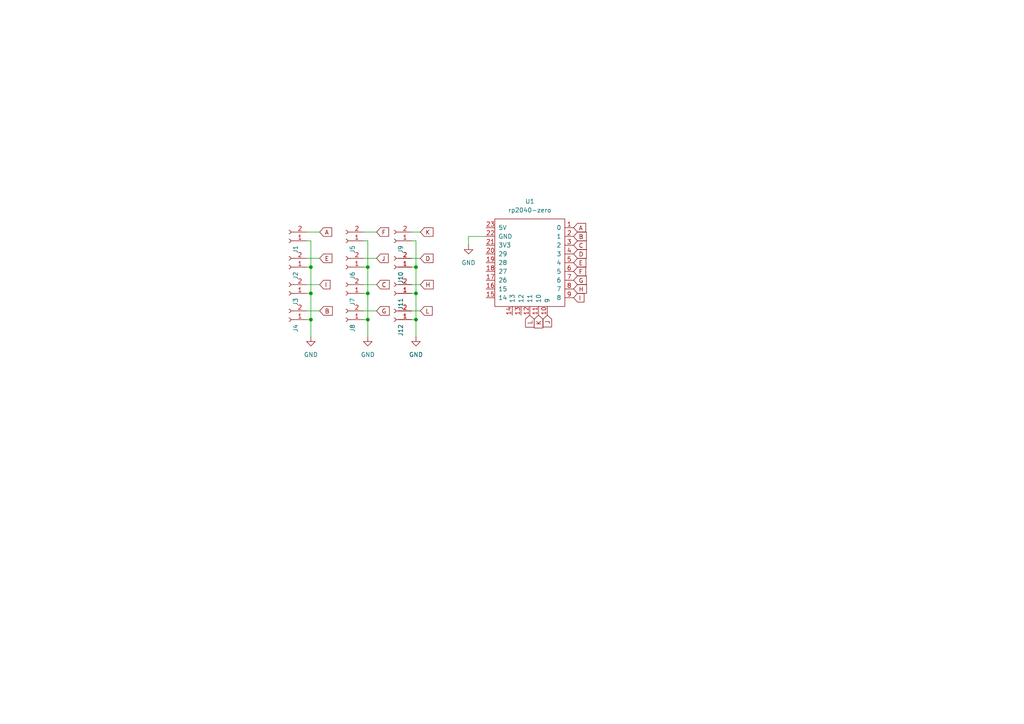
<source format=kicad_sch>
(kicad_sch
	(version 20231120)
	(generator "eeschema")
	(generator_version "8.0")
	(uuid "ec62a86f-d842-45b5-a382-bba1db70dabf")
	(paper "A4")
	(lib_symbols
		(symbol "Connector:Conn_01x02_Socket"
			(pin_names
				(offset 1.016) hide)
			(exclude_from_sim no)
			(in_bom yes)
			(on_board yes)
			(property "Reference" "J"
				(at 0 2.54 0)
				(effects
					(font
						(size 1.27 1.27)
					)
				)
			)
			(property "Value" "Conn_01x02_Socket"
				(at 0 -5.08 0)
				(effects
					(font
						(size 1.27 1.27)
					)
				)
			)
			(property "Footprint" ""
				(at 0 0 0)
				(effects
					(font
						(size 1.27 1.27)
					)
					(hide yes)
				)
			)
			(property "Datasheet" "~"
				(at 0 0 0)
				(effects
					(font
						(size 1.27 1.27)
					)
					(hide yes)
				)
			)
			(property "Description" "Generic connector, single row, 01x02, script generated"
				(at 0 0 0)
				(effects
					(font
						(size 1.27 1.27)
					)
					(hide yes)
				)
			)
			(property "ki_locked" ""
				(at 0 0 0)
				(effects
					(font
						(size 1.27 1.27)
					)
				)
			)
			(property "ki_keywords" "connector"
				(at 0 0 0)
				(effects
					(font
						(size 1.27 1.27)
					)
					(hide yes)
				)
			)
			(property "ki_fp_filters" "Connector*:*_1x??_*"
				(at 0 0 0)
				(effects
					(font
						(size 1.27 1.27)
					)
					(hide yes)
				)
			)
			(symbol "Conn_01x02_Socket_1_1"
				(arc
					(start 0 -2.032)
					(mid -0.5058 -2.54)
					(end 0 -3.048)
					(stroke
						(width 0.1524)
						(type default)
					)
					(fill
						(type none)
					)
				)
				(polyline
					(pts
						(xy -1.27 -2.54) (xy -0.508 -2.54)
					)
					(stroke
						(width 0.1524)
						(type default)
					)
					(fill
						(type none)
					)
				)
				(polyline
					(pts
						(xy -1.27 0) (xy -0.508 0)
					)
					(stroke
						(width 0.1524)
						(type default)
					)
					(fill
						(type none)
					)
				)
				(arc
					(start 0 0.508)
					(mid -0.5058 0)
					(end 0 -0.508)
					(stroke
						(width 0.1524)
						(type default)
					)
					(fill
						(type none)
					)
				)
				(pin passive line
					(at -5.08 0 0)
					(length 3.81)
					(name "Pin_1"
						(effects
							(font
								(size 1.27 1.27)
							)
						)
					)
					(number "1"
						(effects
							(font
								(size 1.27 1.27)
							)
						)
					)
				)
				(pin passive line
					(at -5.08 -2.54 0)
					(length 3.81)
					(name "Pin_2"
						(effects
							(font
								(size 1.27 1.27)
							)
						)
					)
					(number "2"
						(effects
							(font
								(size 1.27 1.27)
							)
						)
					)
				)
			)
		)
		(symbol "mcu:rp2040-zero"
			(pin_names
				(offset 1.016)
			)
			(exclude_from_sim no)
			(in_bom yes)
			(on_board yes)
			(property "Reference" "U"
				(at 0 15.24 0)
				(effects
					(font
						(size 1.27 1.27)
					)
				)
			)
			(property "Value" "rp2040-zero"
				(at 0 12.7 0)
				(effects
					(font
						(size 1.27 1.27)
					)
				)
			)
			(property "Footprint" ""
				(at -8.89 5.08 0)
				(effects
					(font
						(size 1.27 1.27)
					)
					(hide yes)
				)
			)
			(property "Datasheet" ""
				(at -8.89 5.08 0)
				(effects
					(font
						(size 1.27 1.27)
					)
					(hide yes)
				)
			)
			(property "Description" ""
				(at 0 0 0)
				(effects
					(font
						(size 1.27 1.27)
					)
					(hide yes)
				)
			)
			(symbol "rp2040-zero_0_1"
				(rectangle
					(start -10.16 11.43)
					(end 10.16 -13.97)
					(stroke
						(width 0)
						(type default)
					)
					(fill
						(type none)
					)
				)
			)
			(symbol "rp2040-zero_1_1"
				(pin bidirectional line
					(at 12.7 8.89 180)
					(length 2.54)
					(name "0"
						(effects
							(font
								(size 1.27 1.27)
							)
						)
					)
					(number "1"
						(effects
							(font
								(size 1.27 1.27)
							)
						)
					)
				)
				(pin bidirectional line
					(at 5.08 -16.51 90)
					(length 2.54)
					(name "9"
						(effects
							(font
								(size 1.27 1.27)
							)
						)
					)
					(number "10"
						(effects
							(font
								(size 1.27 1.27)
							)
						)
					)
				)
				(pin bidirectional line
					(at 2.54 -16.51 90)
					(length 2.54)
					(name "10"
						(effects
							(font
								(size 1.27 1.27)
							)
						)
					)
					(number "11"
						(effects
							(font
								(size 1.27 1.27)
							)
						)
					)
				)
				(pin bidirectional line
					(at 0 -16.51 90)
					(length 2.54)
					(name "11"
						(effects
							(font
								(size 1.27 1.27)
							)
						)
					)
					(number "12"
						(effects
							(font
								(size 1.27 1.27)
							)
						)
					)
				)
				(pin bidirectional line
					(at -2.54 -16.51 90)
					(length 2.54)
					(name "12"
						(effects
							(font
								(size 1.27 1.27)
							)
						)
					)
					(number "13"
						(effects
							(font
								(size 1.27 1.27)
							)
						)
					)
				)
				(pin bidirectional line
					(at -5.08 -16.51 90)
					(length 2.54)
					(name "13"
						(effects
							(font
								(size 1.27 1.27)
							)
						)
					)
					(number "14"
						(effects
							(font
								(size 1.27 1.27)
							)
						)
					)
				)
				(pin bidirectional line
					(at -12.7 -11.43 0)
					(length 2.54)
					(name "14"
						(effects
							(font
								(size 1.27 1.27)
							)
						)
					)
					(number "15"
						(effects
							(font
								(size 1.27 1.27)
							)
						)
					)
				)
				(pin bidirectional line
					(at -12.7 -8.89 0)
					(length 2.54)
					(name "15"
						(effects
							(font
								(size 1.27 1.27)
							)
						)
					)
					(number "16"
						(effects
							(font
								(size 1.27 1.27)
							)
						)
					)
				)
				(pin bidirectional line
					(at -12.7 -6.35 0)
					(length 2.54)
					(name "26"
						(effects
							(font
								(size 1.27 1.27)
							)
						)
					)
					(number "17"
						(effects
							(font
								(size 1.27 1.27)
							)
						)
					)
				)
				(pin bidirectional line
					(at -12.7 -3.81 0)
					(length 2.54)
					(name "27"
						(effects
							(font
								(size 1.27 1.27)
							)
						)
					)
					(number "18"
						(effects
							(font
								(size 1.27 1.27)
							)
						)
					)
				)
				(pin bidirectional line
					(at -12.7 -1.27 0)
					(length 2.54)
					(name "28"
						(effects
							(font
								(size 1.27 1.27)
							)
						)
					)
					(number "19"
						(effects
							(font
								(size 1.27 1.27)
							)
						)
					)
				)
				(pin bidirectional line
					(at 12.7 6.35 180)
					(length 2.54)
					(name "1"
						(effects
							(font
								(size 1.27 1.27)
							)
						)
					)
					(number "2"
						(effects
							(font
								(size 1.27 1.27)
							)
						)
					)
				)
				(pin bidirectional line
					(at -12.7 1.27 0)
					(length 2.54)
					(name "29"
						(effects
							(font
								(size 1.27 1.27)
							)
						)
					)
					(number "20"
						(effects
							(font
								(size 1.27 1.27)
							)
						)
					)
				)
				(pin power_out line
					(at -12.7 3.81 0)
					(length 2.54)
					(name "3V3"
						(effects
							(font
								(size 1.27 1.27)
							)
						)
					)
					(number "21"
						(effects
							(font
								(size 1.27 1.27)
							)
						)
					)
				)
				(pin power_out line
					(at -12.7 6.35 0)
					(length 2.54)
					(name "GND"
						(effects
							(font
								(size 1.27 1.27)
							)
						)
					)
					(number "22"
						(effects
							(font
								(size 1.27 1.27)
							)
						)
					)
				)
				(pin power_out line
					(at -12.7 8.89 0)
					(length 2.54)
					(name "5V"
						(effects
							(font
								(size 1.27 1.27)
							)
						)
					)
					(number "23"
						(effects
							(font
								(size 1.27 1.27)
							)
						)
					)
				)
				(pin bidirectional line
					(at 12.7 3.81 180)
					(length 2.54)
					(name "2"
						(effects
							(font
								(size 1.27 1.27)
							)
						)
					)
					(number "3"
						(effects
							(font
								(size 1.27 1.27)
							)
						)
					)
				)
				(pin bidirectional line
					(at 12.7 1.27 180)
					(length 2.54)
					(name "3"
						(effects
							(font
								(size 1.27 1.27)
							)
						)
					)
					(number "4"
						(effects
							(font
								(size 1.27 1.27)
							)
						)
					)
				)
				(pin bidirectional line
					(at 12.7 -1.27 180)
					(length 2.54)
					(name "4"
						(effects
							(font
								(size 1.27 1.27)
							)
						)
					)
					(number "5"
						(effects
							(font
								(size 1.27 1.27)
							)
						)
					)
				)
				(pin bidirectional line
					(at 12.7 -3.81 180)
					(length 2.54)
					(name "5"
						(effects
							(font
								(size 1.27 1.27)
							)
						)
					)
					(number "6"
						(effects
							(font
								(size 1.27 1.27)
							)
						)
					)
				)
				(pin bidirectional line
					(at 12.7 -6.35 180)
					(length 2.54)
					(name "6"
						(effects
							(font
								(size 1.27 1.27)
							)
						)
					)
					(number "7"
						(effects
							(font
								(size 1.27 1.27)
							)
						)
					)
				)
				(pin bidirectional line
					(at 12.7 -8.89 180)
					(length 2.54)
					(name "7"
						(effects
							(font
								(size 1.27 1.27)
							)
						)
					)
					(number "8"
						(effects
							(font
								(size 1.27 1.27)
							)
						)
					)
				)
				(pin bidirectional line
					(at 12.7 -11.43 180)
					(length 2.54)
					(name "8"
						(effects
							(font
								(size 1.27 1.27)
							)
						)
					)
					(number "9"
						(effects
							(font
								(size 1.27 1.27)
							)
						)
					)
				)
			)
		)
		(symbol "power:GND"
			(power)
			(pin_numbers hide)
			(pin_names
				(offset 0) hide)
			(exclude_from_sim no)
			(in_bom yes)
			(on_board yes)
			(property "Reference" "#PWR"
				(at 0 -6.35 0)
				(effects
					(font
						(size 1.27 1.27)
					)
					(hide yes)
				)
			)
			(property "Value" "GND"
				(at 0 -3.81 0)
				(effects
					(font
						(size 1.27 1.27)
					)
				)
			)
			(property "Footprint" ""
				(at 0 0 0)
				(effects
					(font
						(size 1.27 1.27)
					)
					(hide yes)
				)
			)
			(property "Datasheet" ""
				(at 0 0 0)
				(effects
					(font
						(size 1.27 1.27)
					)
					(hide yes)
				)
			)
			(property "Description" "Power symbol creates a global label with name \"GND\" , ground"
				(at 0 0 0)
				(effects
					(font
						(size 1.27 1.27)
					)
					(hide yes)
				)
			)
			(property "ki_keywords" "global power"
				(at 0 0 0)
				(effects
					(font
						(size 1.27 1.27)
					)
					(hide yes)
				)
			)
			(symbol "GND_0_1"
				(polyline
					(pts
						(xy 0 0) (xy 0 -1.27) (xy 1.27 -1.27) (xy 0 -2.54) (xy -1.27 -1.27) (xy 0 -1.27)
					)
					(stroke
						(width 0)
						(type default)
					)
					(fill
						(type none)
					)
				)
			)
			(symbol "GND_1_1"
				(pin power_in line
					(at 0 0 270)
					(length 0)
					(name "~"
						(effects
							(font
								(size 1.27 1.27)
							)
						)
					)
					(number "1"
						(effects
							(font
								(size 1.27 1.27)
							)
						)
					)
				)
			)
		)
	)
	(junction
		(at 106.68 85.09)
		(diameter 0)
		(color 0 0 0 0)
		(uuid "4791a69a-a95c-44b3-8b27-694377207c89")
	)
	(junction
		(at 90.17 77.47)
		(diameter 0)
		(color 0 0 0 0)
		(uuid "66faa64a-5cb7-48ce-86a2-7b0db3b3a346")
	)
	(junction
		(at 90.17 85.09)
		(diameter 0)
		(color 0 0 0 0)
		(uuid "71721eb8-752c-4574-965f-c57c067f88bc")
	)
	(junction
		(at 120.65 77.47)
		(diameter 0)
		(color 0 0 0 0)
		(uuid "7cad8840-32b6-4465-9aff-f98985076de9")
	)
	(junction
		(at 90.17 92.71)
		(diameter 0)
		(color 0 0 0 0)
		(uuid "910a9b48-a1eb-4ceb-8b60-30afee4f650a")
	)
	(junction
		(at 106.68 77.47)
		(diameter 0)
		(color 0 0 0 0)
		(uuid "9d8e62cd-1174-4d24-905a-c3915e624675")
	)
	(junction
		(at 120.65 92.71)
		(diameter 0)
		(color 0 0 0 0)
		(uuid "c8a6a5d3-a2d7-46fa-9220-cbe30c7cf7b9")
	)
	(junction
		(at 120.65 85.09)
		(diameter 0)
		(color 0 0 0 0)
		(uuid "ea36a3d7-460e-4e0e-a035-90766b384c04")
	)
	(junction
		(at 106.68 92.71)
		(diameter 0)
		(color 0 0 0 0)
		(uuid "ff1867f7-9ff8-4960-b748-84304a5863d5")
	)
	(wire
		(pts
			(xy 90.17 85.09) (xy 88.9 85.09)
		)
		(stroke
			(width 0)
			(type default)
		)
		(uuid "02ddba12-763e-495d-a4f5-0835fbc1fdab")
	)
	(wire
		(pts
			(xy 106.68 85.09) (xy 106.68 92.71)
		)
		(stroke
			(width 0)
			(type default)
		)
		(uuid "07b95989-82a6-4234-b189-dd74e5ea0cd0")
	)
	(wire
		(pts
			(xy 88.9 90.17) (xy 92.71 90.17)
		)
		(stroke
			(width 0)
			(type default)
		)
		(uuid "0d4bf55d-f6f0-4b52-ab6c-a4e7df57d101")
	)
	(wire
		(pts
			(xy 120.65 77.47) (xy 120.65 85.09)
		)
		(stroke
			(width 0)
			(type default)
		)
		(uuid "0f3e25b9-a428-4789-a6de-ea6aba7bd68f")
	)
	(wire
		(pts
			(xy 88.9 67.31) (xy 92.71 67.31)
		)
		(stroke
			(width 0)
			(type default)
		)
		(uuid "2205688d-b057-4d85-96db-01525bcc11a3")
	)
	(wire
		(pts
			(xy 119.38 90.17) (xy 121.92 90.17)
		)
		(stroke
			(width 0)
			(type default)
		)
		(uuid "2314f8c4-97d1-4619-86e4-cc006edfde8a")
	)
	(wire
		(pts
			(xy 90.17 85.09) (xy 90.17 92.71)
		)
		(stroke
			(width 0)
			(type default)
		)
		(uuid "30825606-dc49-473b-bb12-25d7a9c1b73f")
	)
	(wire
		(pts
			(xy 105.41 67.31) (xy 109.22 67.31)
		)
		(stroke
			(width 0)
			(type default)
		)
		(uuid "42d886ac-2ce5-4904-8f1d-aa5820bd5a18")
	)
	(wire
		(pts
			(xy 119.38 74.93) (xy 121.92 74.93)
		)
		(stroke
			(width 0)
			(type default)
		)
		(uuid "4bd91f3f-f503-4873-b5f7-d72703be31f3")
	)
	(wire
		(pts
			(xy 105.41 69.85) (xy 106.68 69.85)
		)
		(stroke
			(width 0)
			(type default)
		)
		(uuid "4d893794-ad15-4d18-bdbe-a9fca02716c7")
	)
	(wire
		(pts
			(xy 106.68 69.85) (xy 106.68 77.47)
		)
		(stroke
			(width 0)
			(type default)
		)
		(uuid "4d9564c7-60fd-45bc-89e6-94dfcec07dfa")
	)
	(wire
		(pts
			(xy 120.65 85.09) (xy 120.65 92.71)
		)
		(stroke
			(width 0)
			(type default)
		)
		(uuid "4e5cb0e3-bfac-4f25-b264-cb67c9be9e92")
	)
	(wire
		(pts
			(xy 121.92 67.31) (xy 119.38 67.31)
		)
		(stroke
			(width 0)
			(type default)
		)
		(uuid "51c9461a-19cc-4710-8d02-59a4a5e8900b")
	)
	(wire
		(pts
			(xy 119.38 69.85) (xy 120.65 69.85)
		)
		(stroke
			(width 0)
			(type default)
		)
		(uuid "5843bcff-d919-4361-b092-8d48e5284b8e")
	)
	(wire
		(pts
			(xy 90.17 77.47) (xy 90.17 85.09)
		)
		(stroke
			(width 0)
			(type default)
		)
		(uuid "646e0ca3-a69b-428b-a6bd-551b3dcc151c")
	)
	(wire
		(pts
			(xy 90.17 92.71) (xy 90.17 97.79)
		)
		(stroke
			(width 0)
			(type default)
		)
		(uuid "65bef35c-247f-49ce-9979-a0f958fbf15b")
	)
	(wire
		(pts
			(xy 105.41 82.55) (xy 109.22 82.55)
		)
		(stroke
			(width 0)
			(type default)
		)
		(uuid "6735e18d-3155-4e75-bb2f-ef5feca99b6e")
	)
	(wire
		(pts
			(xy 106.68 77.47) (xy 105.41 77.47)
		)
		(stroke
			(width 0)
			(type default)
		)
		(uuid "684a9578-77b3-4d59-9a73-946ea8ffc1ff")
	)
	(wire
		(pts
			(xy 88.9 74.93) (xy 92.71 74.93)
		)
		(stroke
			(width 0)
			(type default)
		)
		(uuid "6cef6146-375b-4450-935f-40109ef10742")
	)
	(wire
		(pts
			(xy 135.89 68.58) (xy 135.89 71.12)
		)
		(stroke
			(width 0)
			(type default)
		)
		(uuid "6ddf075c-f0bf-45d5-ab0e-9881e4b5b7f7")
	)
	(wire
		(pts
			(xy 120.65 77.47) (xy 119.38 77.47)
		)
		(stroke
			(width 0)
			(type default)
		)
		(uuid "72b1fa35-1166-47da-bc64-9816b0311a90")
	)
	(wire
		(pts
			(xy 88.9 69.85) (xy 90.17 69.85)
		)
		(stroke
			(width 0)
			(type default)
		)
		(uuid "7cb73084-b7a7-431f-8c3b-93241f631623")
	)
	(wire
		(pts
			(xy 105.41 90.17) (xy 109.22 90.17)
		)
		(stroke
			(width 0)
			(type default)
		)
		(uuid "80b1532e-f9be-4bb2-9ee0-81c4b883f075")
	)
	(wire
		(pts
			(xy 140.97 68.58) (xy 135.89 68.58)
		)
		(stroke
			(width 0)
			(type default)
		)
		(uuid "846868d9-24c3-4dfc-8fec-19ac305f56e0")
	)
	(wire
		(pts
			(xy 106.68 92.71) (xy 106.68 97.79)
		)
		(stroke
			(width 0)
			(type default)
		)
		(uuid "88862e2d-aa42-4397-9088-c3402ad17f45")
	)
	(wire
		(pts
			(xy 106.68 77.47) (xy 106.68 85.09)
		)
		(stroke
			(width 0)
			(type default)
		)
		(uuid "8e3d4038-bd22-41c3-ae38-7e2d425be4a6")
	)
	(wire
		(pts
			(xy 120.65 92.71) (xy 119.38 92.71)
		)
		(stroke
			(width 0)
			(type default)
		)
		(uuid "9be27ac4-a088-4fe1-8f45-e2522694fdec")
	)
	(wire
		(pts
			(xy 120.65 85.09) (xy 119.38 85.09)
		)
		(stroke
			(width 0)
			(type default)
		)
		(uuid "9f9f10b2-7775-4a8d-97c5-1f8d664d3f4a")
	)
	(wire
		(pts
			(xy 120.65 69.85) (xy 120.65 77.47)
		)
		(stroke
			(width 0)
			(type default)
		)
		(uuid "a7aae5df-a903-450b-9959-605e95d784d6")
	)
	(wire
		(pts
			(xy 105.41 74.93) (xy 109.22 74.93)
		)
		(stroke
			(width 0)
			(type default)
		)
		(uuid "a7ba3385-6f50-4724-9009-eeb175d2ffa4")
	)
	(wire
		(pts
			(xy 90.17 77.47) (xy 88.9 77.47)
		)
		(stroke
			(width 0)
			(type default)
		)
		(uuid "a9976e7c-b3f2-48c1-bffa-7a9de77d3071")
	)
	(wire
		(pts
			(xy 106.68 92.71) (xy 105.41 92.71)
		)
		(stroke
			(width 0)
			(type default)
		)
		(uuid "ac89acbf-fca4-497a-a094-82df2e58cd40")
	)
	(wire
		(pts
			(xy 90.17 92.71) (xy 88.9 92.71)
		)
		(stroke
			(width 0)
			(type default)
		)
		(uuid "af5216c7-ecce-49d5-a02b-6741d77e70b3")
	)
	(wire
		(pts
			(xy 120.65 92.71) (xy 120.65 97.79)
		)
		(stroke
			(width 0)
			(type default)
		)
		(uuid "c3949a0d-06b4-432c-abf5-bf0257d13da5")
	)
	(wire
		(pts
			(xy 106.68 85.09) (xy 105.41 85.09)
		)
		(stroke
			(width 0)
			(type default)
		)
		(uuid "c3beb067-77aa-4355-8cf9-b2a12c23a932")
	)
	(wire
		(pts
			(xy 88.9 82.55) (xy 92.71 82.55)
		)
		(stroke
			(width 0)
			(type default)
		)
		(uuid "d65810ee-4df8-4476-8a42-c7f8db9e9627")
	)
	(wire
		(pts
			(xy 90.17 69.85) (xy 90.17 77.47)
		)
		(stroke
			(width 0)
			(type default)
		)
		(uuid "e69e4754-47f7-4d4c-b20d-6bc0ccad6044")
	)
	(wire
		(pts
			(xy 119.38 82.55) (xy 121.92 82.55)
		)
		(stroke
			(width 0)
			(type default)
		)
		(uuid "ebd13d3b-9327-4f1e-a304-70bbdca8493d")
	)
	(global_label "A"
		(shape input)
		(at 92.71 67.31 0)
		(fields_autoplaced yes)
		(effects
			(font
				(size 1.27 1.27)
			)
			(justify left)
		)
		(uuid "030cc01b-88b7-4131-97f1-22a1345bf7ea")
		(property "Intersheetrefs" "${INTERSHEET_REFS}"
			(at 96.7838 67.31 0)
			(effects
				(font
					(size 1.27 1.27)
				)
				(justify left)
				(hide yes)
			)
		)
	)
	(global_label "G"
		(shape input)
		(at 109.22 90.17 0)
		(fields_autoplaced yes)
		(effects
			(font
				(size 1.27 1.27)
			)
			(justify left)
		)
		(uuid "0bb975f5-0a82-40b3-85de-2e324381004c")
		(property "Intersheetrefs" "${INTERSHEET_REFS}"
			(at 113.4752 90.17 0)
			(effects
				(font
					(size 1.27 1.27)
				)
				(justify left)
				(hide yes)
			)
		)
	)
	(global_label "I"
		(shape input)
		(at 166.37 86.36 0)
		(fields_autoplaced yes)
		(effects
			(font
				(size 1.27 1.27)
			)
			(justify left)
		)
		(uuid "37bbe8e9-ea9c-4c73-a6fb-6b750b701599")
		(property "Intersheetrefs" "${INTERSHEET_REFS}"
			(at 169.96 86.36 0)
			(effects
				(font
					(size 1.27 1.27)
				)
				(justify left)
				(hide yes)
			)
		)
	)
	(global_label "H"
		(shape input)
		(at 166.37 83.82 0)
		(fields_autoplaced yes)
		(effects
			(font
				(size 1.27 1.27)
			)
			(justify left)
		)
		(uuid "48b70f5d-63f9-499d-bc84-e78220fd01d7")
		(property "Intersheetrefs" "${INTERSHEET_REFS}"
			(at 170.6857 83.82 0)
			(effects
				(font
					(size 1.27 1.27)
				)
				(justify left)
				(hide yes)
			)
		)
	)
	(global_label "F"
		(shape input)
		(at 166.37 78.74 0)
		(fields_autoplaced yes)
		(effects
			(font
				(size 1.27 1.27)
			)
			(justify left)
		)
		(uuid "52af2817-4140-42b3-ac13-2d9b00c05cca")
		(property "Intersheetrefs" "${INTERSHEET_REFS}"
			(at 170.4438 78.74 0)
			(effects
				(font
					(size 1.27 1.27)
				)
				(justify left)
				(hide yes)
			)
		)
	)
	(global_label "E"
		(shape input)
		(at 166.37 76.2 0)
		(fields_autoplaced yes)
		(effects
			(font
				(size 1.27 1.27)
			)
			(justify left)
		)
		(uuid "54e74ee6-480c-46b5-be34-d49b3b376c9f")
		(property "Intersheetrefs" "${INTERSHEET_REFS}"
			(at 170.5042 76.2 0)
			(effects
				(font
					(size 1.27 1.27)
				)
				(justify left)
				(hide yes)
			)
		)
	)
	(global_label "L"
		(shape input)
		(at 153.67 91.44 270)
		(fields_autoplaced yes)
		(effects
			(font
				(size 1.27 1.27)
			)
			(justify right)
		)
		(uuid "5e4b9130-c607-4b13-9fb6-c690bb8de0a2")
		(property "Intersheetrefs" "${INTERSHEET_REFS}"
			(at 153.67 95.4533 90)
			(effects
				(font
					(size 1.27 1.27)
				)
				(justify right)
				(hide yes)
			)
		)
	)
	(global_label "G"
		(shape input)
		(at 166.37 81.28 0)
		(fields_autoplaced yes)
		(effects
			(font
				(size 1.27 1.27)
			)
			(justify left)
		)
		(uuid "6192c336-c84f-49b9-befc-2b3066a1a870")
		(property "Intersheetrefs" "${INTERSHEET_REFS}"
			(at 170.6252 81.28 0)
			(effects
				(font
					(size 1.27 1.27)
				)
				(justify left)
				(hide yes)
			)
		)
	)
	(global_label "E"
		(shape input)
		(at 92.71 74.93 0)
		(fields_autoplaced yes)
		(effects
			(font
				(size 1.27 1.27)
			)
			(justify left)
		)
		(uuid "63161ed2-85a0-4d48-9ab1-665c8174a713")
		(property "Intersheetrefs" "${INTERSHEET_REFS}"
			(at 96.8442 74.93 0)
			(effects
				(font
					(size 1.27 1.27)
				)
				(justify left)
				(hide yes)
			)
		)
	)
	(global_label "D"
		(shape input)
		(at 121.92 74.93 0)
		(fields_autoplaced yes)
		(effects
			(font
				(size 1.27 1.27)
			)
			(justify left)
		)
		(uuid "646d7b5a-f537-4b93-b8d2-e1245fa1b074")
		(property "Intersheetrefs" "${INTERSHEET_REFS}"
			(at 126.1752 74.93 0)
			(effects
				(font
					(size 1.27 1.27)
				)
				(justify left)
				(hide yes)
			)
		)
	)
	(global_label "C"
		(shape input)
		(at 109.22 82.55 0)
		(fields_autoplaced yes)
		(effects
			(font
				(size 1.27 1.27)
			)
			(justify left)
		)
		(uuid "65c8c2f6-8a21-480d-b943-01e6b2e15541")
		(property "Intersheetrefs" "${INTERSHEET_REFS}"
			(at 113.4752 82.55 0)
			(effects
				(font
					(size 1.27 1.27)
				)
				(justify left)
				(hide yes)
			)
		)
	)
	(global_label "K"
		(shape input)
		(at 156.21 91.44 270)
		(fields_autoplaced yes)
		(effects
			(font
				(size 1.27 1.27)
			)
			(justify right)
		)
		(uuid "66ab73f1-161e-4624-a4df-5235de04c610")
		(property "Intersheetrefs" "${INTERSHEET_REFS}"
			(at 156.21 95.6952 90)
			(effects
				(font
					(size 1.27 1.27)
				)
				(justify right)
				(hide yes)
			)
		)
	)
	(global_label "I"
		(shape input)
		(at 92.71 82.55 0)
		(fields_autoplaced yes)
		(effects
			(font
				(size 1.27 1.27)
			)
			(justify left)
		)
		(uuid "74c9c83f-be62-4767-a8e6-ad029ad8b9f2")
		(property "Intersheetrefs" "${INTERSHEET_REFS}"
			(at 96.3 82.55 0)
			(effects
				(font
					(size 1.27 1.27)
				)
				(justify left)
				(hide yes)
			)
		)
	)
	(global_label "J"
		(shape input)
		(at 109.22 74.93 0)
		(fields_autoplaced yes)
		(effects
			(font
				(size 1.27 1.27)
			)
			(justify left)
		)
		(uuid "a3f24c2c-85c6-4a53-92e0-015d6c27c04b")
		(property "Intersheetrefs" "${INTERSHEET_REFS}"
			(at 113.1728 74.93 0)
			(effects
				(font
					(size 1.27 1.27)
				)
				(justify left)
				(hide yes)
			)
		)
	)
	(global_label "C"
		(shape input)
		(at 166.37 71.12 0)
		(fields_autoplaced yes)
		(effects
			(font
				(size 1.27 1.27)
			)
			(justify left)
		)
		(uuid "a8b74169-d4d1-403e-91e5-b98b26f6b9e0")
		(property "Intersheetrefs" "${INTERSHEET_REFS}"
			(at 170.6252 71.12 0)
			(effects
				(font
					(size 1.27 1.27)
				)
				(justify left)
				(hide yes)
			)
		)
	)
	(global_label "J"
		(shape input)
		(at 158.75 91.44 270)
		(fields_autoplaced yes)
		(effects
			(font
				(size 1.27 1.27)
			)
			(justify right)
		)
		(uuid "a8d179c0-87ac-4bc1-a8dd-81a743507414")
		(property "Intersheetrefs" "${INTERSHEET_REFS}"
			(at 158.75 95.3928 90)
			(effects
				(font
					(size 1.27 1.27)
				)
				(justify right)
				(hide yes)
			)
		)
	)
	(global_label "K"
		(shape input)
		(at 121.92 67.31 0)
		(fields_autoplaced yes)
		(effects
			(font
				(size 1.27 1.27)
			)
			(justify left)
		)
		(uuid "aa05fa76-ebc7-4eca-9526-d532d38e666e")
		(property "Intersheetrefs" "${INTERSHEET_REFS}"
			(at 126.1752 67.31 0)
			(effects
				(font
					(size 1.27 1.27)
				)
				(justify left)
				(hide yes)
			)
		)
	)
	(global_label "L"
		(shape input)
		(at 121.92 90.17 0)
		(fields_autoplaced yes)
		(effects
			(font
				(size 1.27 1.27)
			)
			(justify left)
		)
		(uuid "b5651269-a4fc-4346-8d8c-d7f388a703b1")
		(property "Intersheetrefs" "${INTERSHEET_REFS}"
			(at 125.9333 90.17 0)
			(effects
				(font
					(size 1.27 1.27)
				)
				(justify left)
				(hide yes)
			)
		)
	)
	(global_label "D"
		(shape input)
		(at 166.37 73.66 0)
		(fields_autoplaced yes)
		(effects
			(font
				(size 1.27 1.27)
			)
			(justify left)
		)
		(uuid "b732d845-61dd-4bd9-a4ff-5a93c74af215")
		(property "Intersheetrefs" "${INTERSHEET_REFS}"
			(at 170.6252 73.66 0)
			(effects
				(font
					(size 1.27 1.27)
				)
				(justify left)
				(hide yes)
			)
		)
	)
	(global_label "B"
		(shape input)
		(at 166.37 68.58 0)
		(fields_autoplaced yes)
		(effects
			(font
				(size 1.27 1.27)
			)
			(justify left)
		)
		(uuid "b9949bca-91ff-4223-b725-4fcd590168c0")
		(property "Intersheetrefs" "${INTERSHEET_REFS}"
			(at 170.6252 68.58 0)
			(effects
				(font
					(size 1.27 1.27)
				)
				(justify left)
				(hide yes)
			)
		)
	)
	(global_label "A"
		(shape input)
		(at 166.37 66.04 0)
		(fields_autoplaced yes)
		(effects
			(font
				(size 1.27 1.27)
			)
			(justify left)
		)
		(uuid "c02f1867-83ef-4f85-9505-4c18b8ffbb9c")
		(property "Intersheetrefs" "${INTERSHEET_REFS}"
			(at 170.4438 66.04 0)
			(effects
				(font
					(size 1.27 1.27)
				)
				(justify left)
				(hide yes)
			)
		)
	)
	(global_label "F"
		(shape input)
		(at 109.22 67.31 0)
		(fields_autoplaced yes)
		(effects
			(font
				(size 1.27 1.27)
			)
			(justify left)
		)
		(uuid "c5e6a2a5-d428-46ac-8b49-83d22294dfc5")
		(property "Intersheetrefs" "${INTERSHEET_REFS}"
			(at 113.2938 67.31 0)
			(effects
				(font
					(size 1.27 1.27)
				)
				(justify left)
				(hide yes)
			)
		)
	)
	(global_label "H"
		(shape input)
		(at 121.92 82.55 0)
		(fields_autoplaced yes)
		(effects
			(font
				(size 1.27 1.27)
			)
			(justify left)
		)
		(uuid "eaafd4b0-fd76-4faf-9b16-b995ddd7a363")
		(property "Intersheetrefs" "${INTERSHEET_REFS}"
			(at 126.2357 82.55 0)
			(effects
				(font
					(size 1.27 1.27)
				)
				(justify left)
				(hide yes)
			)
		)
	)
	(global_label "B"
		(shape input)
		(at 92.71 90.17 0)
		(fields_autoplaced yes)
		(effects
			(font
				(size 1.27 1.27)
			)
			(justify left)
		)
		(uuid "fcd23384-b63a-4a5a-85e9-9933333887e5")
		(property "Intersheetrefs" "${INTERSHEET_REFS}"
			(at 96.9652 90.17 0)
			(effects
				(font
					(size 1.27 1.27)
				)
				(justify left)
				(hide yes)
			)
		)
	)
	(symbol
		(lib_id "power:GND")
		(at 106.68 97.79 0)
		(unit 1)
		(exclude_from_sim no)
		(in_bom yes)
		(on_board yes)
		(dnp no)
		(fields_autoplaced yes)
		(uuid "10a2aab7-7792-4a01-9f95-b782833fe267")
		(property "Reference" "#PWR02"
			(at 106.68 104.14 0)
			(effects
				(font
					(size 1.27 1.27)
				)
				(hide yes)
			)
		)
		(property "Value" "GND"
			(at 106.68 102.87 0)
			(effects
				(font
					(size 1.27 1.27)
				)
			)
		)
		(property "Footprint" ""
			(at 106.68 97.79 0)
			(effects
				(font
					(size 1.27 1.27)
				)
				(hide yes)
			)
		)
		(property "Datasheet" ""
			(at 106.68 97.79 0)
			(effects
				(font
					(size 1.27 1.27)
				)
				(hide yes)
			)
		)
		(property "Description" "Power symbol creates a global label with name \"GND\" , ground"
			(at 106.68 97.79 0)
			(effects
				(font
					(size 1.27 1.27)
				)
				(hide yes)
			)
		)
		(pin "1"
			(uuid "f8a89c65-fccf-4586-a5cb-9af6c0a59b05")
		)
		(instances
			(project "FightPad_MOTHERBOARD"
				(path "/ec62a86f-d842-45b5-a382-bba1db70dabf"
					(reference "#PWR02")
					(unit 1)
				)
			)
		)
	)
	(symbol
		(lib_id "Connector:Conn_01x02_Socket")
		(at 100.33 77.47 180)
		(unit 1)
		(exclude_from_sim no)
		(in_bom yes)
		(on_board yes)
		(dnp no)
		(uuid "16445703-0bb3-4426-a5e5-78fec6cb18ea")
		(property "Reference" "J6"
			(at 102.2351 78.74 90)
			(effects
				(font
					(size 1.27 1.27)
				)
				(justify left)
			)
		)
		(property "Value" "Conn_01x02_Socket"
			(at 99.314 67.818 90)
			(effects
				(font
					(size 1.27 1.27)
				)
				(justify left)
				(hide yes)
			)
		)
		(property "Footprint" "FightPad_Library:PinHeader_1x02_P2.54mm_Vertical"
			(at 100.33 77.47 0)
			(effects
				(font
					(size 1.27 1.27)
				)
				(hide yes)
			)
		)
		(property "Datasheet" "~"
			(at 100.33 77.47 0)
			(effects
				(font
					(size 1.27 1.27)
				)
				(hide yes)
			)
		)
		(property "Description" "Generic connector, single row, 01x02, script generated"
			(at 100.33 77.47 0)
			(effects
				(font
					(size 1.27 1.27)
				)
				(hide yes)
			)
		)
		(pin "1"
			(uuid "2fa9782e-6232-4a2d-8504-361652c78389")
		)
		(pin "2"
			(uuid "e5e9e3dd-8718-4236-8441-2c8377bf9cd6")
		)
		(instances
			(project "FightPad_MOTHERBOARD"
				(path "/ec62a86f-d842-45b5-a382-bba1db70dabf"
					(reference "J6")
					(unit 1)
				)
			)
		)
	)
	(symbol
		(lib_id "Connector:Conn_01x02_Socket")
		(at 83.82 77.47 180)
		(unit 1)
		(exclude_from_sim no)
		(in_bom yes)
		(on_board yes)
		(dnp no)
		(uuid "166f9648-1d0f-4c50-b9ff-b6bc34391c5f")
		(property "Reference" "J2"
			(at 85.7251 78.74 90)
			(effects
				(font
					(size 1.27 1.27)
				)
				(justify left)
			)
		)
		(property "Value" "Conn_01x02_Socket"
			(at 82.804 67.818 90)
			(effects
				(font
					(size 1.27 1.27)
				)
				(justify left)
				(hide yes)
			)
		)
		(property "Footprint" "FightPad_Library:PinHeader_1x02_P2.54mm_Vertical"
			(at 83.82 77.47 0)
			(effects
				(font
					(size 1.27 1.27)
				)
				(hide yes)
			)
		)
		(property "Datasheet" "~"
			(at 83.82 77.47 0)
			(effects
				(font
					(size 1.27 1.27)
				)
				(hide yes)
			)
		)
		(property "Description" "Generic connector, single row, 01x02, script generated"
			(at 83.82 77.47 0)
			(effects
				(font
					(size 1.27 1.27)
				)
				(hide yes)
			)
		)
		(pin "1"
			(uuid "46555d23-c5be-445d-9bfd-c986a6c2e970")
		)
		(pin "2"
			(uuid "6e7e2d19-0ef7-4980-8cf0-ad50cc26a9ce")
		)
		(instances
			(project "FightPad_MOTHERBOARD"
				(path "/ec62a86f-d842-45b5-a382-bba1db70dabf"
					(reference "J2")
					(unit 1)
				)
			)
		)
	)
	(symbol
		(lib_id "Connector:Conn_01x02_Socket")
		(at 114.3 85.09 180)
		(unit 1)
		(exclude_from_sim no)
		(in_bom yes)
		(on_board yes)
		(dnp no)
		(uuid "17026741-ec90-4a5d-9d75-33b3fc770e96")
		(property "Reference" "J11"
			(at 116.2051 86.36 90)
			(effects
				(font
					(size 1.27 1.27)
				)
				(justify left)
			)
		)
		(property "Value" "Conn_01x02_Socket"
			(at 113.284 75.438 90)
			(effects
				(font
					(size 1.27 1.27)
				)
				(justify left)
				(hide yes)
			)
		)
		(property "Footprint" "FightPad_Library:PinHeader_1x02_P2.54mm_Vertical"
			(at 114.3 85.09 0)
			(effects
				(font
					(size 1.27 1.27)
				)
				(hide yes)
			)
		)
		(property "Datasheet" "~"
			(at 114.3 85.09 0)
			(effects
				(font
					(size 1.27 1.27)
				)
				(hide yes)
			)
		)
		(property "Description" "Generic connector, single row, 01x02, script generated"
			(at 114.3 85.09 0)
			(effects
				(font
					(size 1.27 1.27)
				)
				(hide yes)
			)
		)
		(pin "1"
			(uuid "cf5aa3b6-2928-4995-a822-277b8e9f745c")
		)
		(pin "2"
			(uuid "67379c32-4973-41d4-ae6e-d485f22b354e")
		)
		(instances
			(project "FightPad_MOTHERBOARD"
				(path "/ec62a86f-d842-45b5-a382-bba1db70dabf"
					(reference "J11")
					(unit 1)
				)
			)
		)
	)
	(symbol
		(lib_id "power:GND")
		(at 90.17 97.79 0)
		(unit 1)
		(exclude_from_sim no)
		(in_bom yes)
		(on_board yes)
		(dnp no)
		(fields_autoplaced yes)
		(uuid "2548ac03-36b9-448f-8a6b-0c6665ed20cf")
		(property "Reference" "#PWR01"
			(at 90.17 104.14 0)
			(effects
				(font
					(size 1.27 1.27)
				)
				(hide yes)
			)
		)
		(property "Value" "GND"
			(at 90.17 102.87 0)
			(effects
				(font
					(size 1.27 1.27)
				)
			)
		)
		(property "Footprint" ""
			(at 90.17 97.79 0)
			(effects
				(font
					(size 1.27 1.27)
				)
				(hide yes)
			)
		)
		(property "Datasheet" ""
			(at 90.17 97.79 0)
			(effects
				(font
					(size 1.27 1.27)
				)
				(hide yes)
			)
		)
		(property "Description" "Power symbol creates a global label with name \"GND\" , ground"
			(at 90.17 97.79 0)
			(effects
				(font
					(size 1.27 1.27)
				)
				(hide yes)
			)
		)
		(pin "1"
			(uuid "a913ae00-e444-45ee-9de0-8127940a93af")
		)
		(instances
			(project "FightPad_MOTHERBOARD"
				(path "/ec62a86f-d842-45b5-a382-bba1db70dabf"
					(reference "#PWR01")
					(unit 1)
				)
			)
		)
	)
	(symbol
		(lib_id "power:GND")
		(at 120.65 97.79 0)
		(unit 1)
		(exclude_from_sim no)
		(in_bom yes)
		(on_board yes)
		(dnp no)
		(fields_autoplaced yes)
		(uuid "4866d673-5321-489d-b00a-ba4ed7fb9d5f")
		(property "Reference" "#PWR03"
			(at 120.65 104.14 0)
			(effects
				(font
					(size 1.27 1.27)
				)
				(hide yes)
			)
		)
		(property "Value" "GND"
			(at 120.65 102.87 0)
			(effects
				(font
					(size 1.27 1.27)
				)
			)
		)
		(property "Footprint" ""
			(at 120.65 97.79 0)
			(effects
				(font
					(size 1.27 1.27)
				)
				(hide yes)
			)
		)
		(property "Datasheet" ""
			(at 120.65 97.79 0)
			(effects
				(font
					(size 1.27 1.27)
				)
				(hide yes)
			)
		)
		(property "Description" "Power symbol creates a global label with name \"GND\" , ground"
			(at 120.65 97.79 0)
			(effects
				(font
					(size 1.27 1.27)
				)
				(hide yes)
			)
		)
		(pin "1"
			(uuid "c841fd35-975a-4667-9333-32be4c635ff5")
		)
		(instances
			(project "FightPad_MOTHERBOARD"
				(path "/ec62a86f-d842-45b5-a382-bba1db70dabf"
					(reference "#PWR03")
					(unit 1)
				)
			)
		)
	)
	(symbol
		(lib_id "Connector:Conn_01x02_Socket")
		(at 114.3 92.71 180)
		(unit 1)
		(exclude_from_sim no)
		(in_bom yes)
		(on_board yes)
		(dnp no)
		(uuid "4f9e7430-75c0-4179-896e-bbed0eca7800")
		(property "Reference" "J12"
			(at 116.2051 93.98 90)
			(effects
				(font
					(size 1.27 1.27)
				)
				(justify left)
			)
		)
		(property "Value" "Conn_01x02_Socket"
			(at 113.284 83.058 90)
			(effects
				(font
					(size 1.27 1.27)
				)
				(justify left)
				(hide yes)
			)
		)
		(property "Footprint" "FightPad_Library:PinHeader_1x02_P2.54mm_Vertical"
			(at 114.3 92.71 0)
			(effects
				(font
					(size 1.27 1.27)
				)
				(hide yes)
			)
		)
		(property "Datasheet" "~"
			(at 114.3 92.71 0)
			(effects
				(font
					(size 1.27 1.27)
				)
				(hide yes)
			)
		)
		(property "Description" "Generic connector, single row, 01x02, script generated"
			(at 114.3 92.71 0)
			(effects
				(font
					(size 1.27 1.27)
				)
				(hide yes)
			)
		)
		(pin "1"
			(uuid "1fea9419-2061-462f-8794-5c0e41775e21")
		)
		(pin "2"
			(uuid "47486842-4abb-40ee-acb7-899a95278f57")
		)
		(instances
			(project "FightPad_MOTHERBOARD"
				(path "/ec62a86f-d842-45b5-a382-bba1db70dabf"
					(reference "J12")
					(unit 1)
				)
			)
		)
	)
	(symbol
		(lib_id "mcu:rp2040-zero")
		(at 153.67 74.93 0)
		(unit 1)
		(exclude_from_sim no)
		(in_bom yes)
		(on_board yes)
		(dnp no)
		(fields_autoplaced yes)
		(uuid "77255bca-6230-4baa-a2d6-80a2ea27728f")
		(property "Reference" "U1"
			(at 153.67 58.42 0)
			(effects
				(font
					(size 1.27 1.27)
				)
			)
		)
		(property "Value" "rp2040-zero"
			(at 153.67 60.96 0)
			(effects
				(font
					(size 1.27 1.27)
				)
			)
		)
		(property "Footprint" ""
			(at 144.78 69.85 0)
			(effects
				(font
					(size 1.27 1.27)
				)
				(hide yes)
			)
		)
		(property "Datasheet" ""
			(at 144.78 69.85 0)
			(effects
				(font
					(size 1.27 1.27)
				)
				(hide yes)
			)
		)
		(property "Description" ""
			(at 153.67 74.93 0)
			(effects
				(font
					(size 1.27 1.27)
				)
				(hide yes)
			)
		)
		(pin "19"
			(uuid "19a7f258-50a7-4078-9dbf-46f6fad93c86")
		)
		(pin "3"
			(uuid "4a669fac-959f-47d1-ac67-1136015e969e")
		)
		(pin "15"
			(uuid "8039abaa-f1b4-49ed-a83c-e30059bcb27a")
		)
		(pin "23"
			(uuid "7d913912-301a-4917-a9ca-754a561c8d52")
		)
		(pin "4"
			(uuid "7636b4f2-5a4c-4ac4-8f10-9c1405570e6c")
		)
		(pin "10"
			(uuid "b1f33355-4f0c-462b-b1a3-85b31fbb4cff")
		)
		(pin "12"
			(uuid "1c7ce0af-d3c8-4c7a-83af-f7e02bdad305")
		)
		(pin "9"
			(uuid "defc0e08-43f3-4366-912c-cd85ea4bc325")
		)
		(pin "18"
			(uuid "2590cae1-9e95-4160-a48e-aecc83807ce1")
		)
		(pin "6"
			(uuid "42743ab5-3c2b-4237-a26b-6df79c633316")
		)
		(pin "11"
			(uuid "7b65c8c3-931d-43af-9d57-8dab59c86927")
		)
		(pin "16"
			(uuid "f764ffe0-64a1-4fea-9859-8f28e3c981e3")
		)
		(pin "20"
			(uuid "18342519-b23a-4b5e-97eb-4c7b031a8413")
		)
		(pin "8"
			(uuid "d9da157f-b510-4b3e-8d36-3000d9a150ec")
		)
		(pin "2"
			(uuid "e799ff04-a18d-4968-a6ea-38ece85b4cc8")
		)
		(pin "13"
			(uuid "e773cf6a-1ad3-49d8-b3d0-19ce88227079")
		)
		(pin "14"
			(uuid "bc7388c5-2a2b-4a43-84f8-7c7281e3e04c")
		)
		(pin "17"
			(uuid "a7967751-70c0-428c-9b07-78010ccabd9d")
		)
		(pin "21"
			(uuid "5df85f0b-d5ce-44ce-b7c5-e4db7b4565a5")
		)
		(pin "1"
			(uuid "f22905b2-b6b0-4e53-8143-01be941bf942")
		)
		(pin "22"
			(uuid "99d29471-7cad-407f-af79-001879d5cd09")
		)
		(pin "5"
			(uuid "0d783b47-d5af-4e4f-b8f3-f5eb8d7af20f")
		)
		(pin "7"
			(uuid "61e55270-011d-42f4-8690-52b71dae8e9f")
		)
		(instances
			(project "FightPad_MOTHERBOARD"
				(path "/ec62a86f-d842-45b5-a382-bba1db70dabf"
					(reference "U1")
					(unit 1)
				)
			)
		)
	)
	(symbol
		(lib_id "Connector:Conn_01x02_Socket")
		(at 83.82 92.71 180)
		(unit 1)
		(exclude_from_sim no)
		(in_bom yes)
		(on_board yes)
		(dnp no)
		(uuid "7cf41ff6-1824-4d56-99aa-480a00a42155")
		(property "Reference" "J4"
			(at 85.7251 93.98 90)
			(effects
				(font
					(size 1.27 1.27)
				)
				(justify left)
			)
		)
		(property "Value" "Conn_01x02_Socket"
			(at 82.804 83.058 90)
			(effects
				(font
					(size 1.27 1.27)
				)
				(justify left)
				(hide yes)
			)
		)
		(property "Footprint" "FightPad_Library:PinHeader_1x02_P2.54mm_Vertical"
			(at 83.82 92.71 0)
			(effects
				(font
					(size 1.27 1.27)
				)
				(hide yes)
			)
		)
		(property "Datasheet" "~"
			(at 83.82 92.71 0)
			(effects
				(font
					(size 1.27 1.27)
				)
				(hide yes)
			)
		)
		(property "Description" "Generic connector, single row, 01x02, script generated"
			(at 83.82 92.71 0)
			(effects
				(font
					(size 1.27 1.27)
				)
				(hide yes)
			)
		)
		(pin "1"
			(uuid "a836e240-8cf0-4993-aee8-e68275f59b0c")
		)
		(pin "2"
			(uuid "1ee66cb5-9c11-4d0e-9b1b-7872e2fc0133")
		)
		(instances
			(project "FightPad_MOTHERBOARD"
				(path "/ec62a86f-d842-45b5-a382-bba1db70dabf"
					(reference "J4")
					(unit 1)
				)
			)
		)
	)
	(symbol
		(lib_id "Connector:Conn_01x02_Socket")
		(at 83.82 69.85 180)
		(unit 1)
		(exclude_from_sim no)
		(in_bom yes)
		(on_board yes)
		(dnp no)
		(uuid "906efd57-00cd-459b-bacf-be29e521a474")
		(property "Reference" "J1"
			(at 85.7251 71.12 90)
			(effects
				(font
					(size 1.27 1.27)
				)
				(justify left)
			)
		)
		(property "Value" "Conn_01x02_Socket"
			(at 82.804 60.198 90)
			(effects
				(font
					(size 1.27 1.27)
				)
				(justify left)
				(hide yes)
			)
		)
		(property "Footprint" "FightPad_Library:PinHeader_1x02_P2.54mm_Vertical"
			(at 83.82 69.85 0)
			(effects
				(font
					(size 1.27 1.27)
				)
				(hide yes)
			)
		)
		(property "Datasheet" "~"
			(at 83.82 69.85 0)
			(effects
				(font
					(size 1.27 1.27)
				)
				(hide yes)
			)
		)
		(property "Description" "Generic connector, single row, 01x02, script generated"
			(at 83.82 69.85 0)
			(effects
				(font
					(size 1.27 1.27)
				)
				(hide yes)
			)
		)
		(pin "1"
			(uuid "119d9470-6303-4e2f-800b-00d13d8e5248")
		)
		(pin "2"
			(uuid "c848b3f4-a217-473b-a181-228e7ec14b34")
		)
		(instances
			(project "FightPad_MOTHERBOARD"
				(path "/ec62a86f-d842-45b5-a382-bba1db70dabf"
					(reference "J1")
					(unit 1)
				)
			)
		)
	)
	(symbol
		(lib_id "Connector:Conn_01x02_Socket")
		(at 114.3 69.85 180)
		(unit 1)
		(exclude_from_sim no)
		(in_bom yes)
		(on_board yes)
		(dnp no)
		(uuid "93cee370-491e-4207-8745-8dfad8ce9740")
		(property "Reference" "J9"
			(at 116.2051 71.12 90)
			(effects
				(font
					(size 1.27 1.27)
				)
				(justify left)
			)
		)
		(property "Value" "Conn_01x02_Socket"
			(at 113.284 60.198 90)
			(effects
				(font
					(size 1.27 1.27)
				)
				(justify left)
				(hide yes)
			)
		)
		(property "Footprint" "FightPad_Library:PinHeader_1x02_P2.54mm_Vertical"
			(at 114.3 69.85 0)
			(effects
				(font
					(size 1.27 1.27)
				)
				(hide yes)
			)
		)
		(property "Datasheet" "~"
			(at 114.3 69.85 0)
			(effects
				(font
					(size 1.27 1.27)
				)
				(hide yes)
			)
		)
		(property "Description" "Generic connector, single row, 01x02, script generated"
			(at 114.3 69.85 0)
			(effects
				(font
					(size 1.27 1.27)
				)
				(hide yes)
			)
		)
		(pin "1"
			(uuid "50f9c195-e94f-43f2-9fe9-98983ed8efb8")
		)
		(pin "2"
			(uuid "816e2f2b-14a9-4cc5-9354-9b2d1a11f007")
		)
		(instances
			(project "FightPad_MOTHERBOARD"
				(path "/ec62a86f-d842-45b5-a382-bba1db70dabf"
					(reference "J9")
					(unit 1)
				)
			)
		)
	)
	(symbol
		(lib_id "Connector:Conn_01x02_Socket")
		(at 100.33 85.09 180)
		(unit 1)
		(exclude_from_sim no)
		(in_bom yes)
		(on_board yes)
		(dnp no)
		(uuid "a3139664-bfbe-46bf-96d5-0a2517495ab1")
		(property "Reference" "J7"
			(at 102.2351 86.36 90)
			(effects
				(font
					(size 1.27 1.27)
				)
				(justify left)
			)
		)
		(property "Value" "Conn_01x02_Socket"
			(at 99.314 75.438 90)
			(effects
				(font
					(size 1.27 1.27)
				)
				(justify left)
				(hide yes)
			)
		)
		(property "Footprint" "FightPad_Library:PinHeader_1x02_P2.54mm_Vertical"
			(at 100.33 85.09 0)
			(effects
				(font
					(size 1.27 1.27)
				)
				(hide yes)
			)
		)
		(property "Datasheet" "~"
			(at 100.33 85.09 0)
			(effects
				(font
					(size 1.27 1.27)
				)
				(hide yes)
			)
		)
		(property "Description" "Generic connector, single row, 01x02, script generated"
			(at 100.33 85.09 0)
			(effects
				(font
					(size 1.27 1.27)
				)
				(hide yes)
			)
		)
		(pin "1"
			(uuid "c66f5ce6-0338-43e9-a257-7a6e7708edc1")
		)
		(pin "2"
			(uuid "8dfbf8dd-b52b-4488-b06c-59305ac9de10")
		)
		(instances
			(project "FightPad_MOTHERBOARD"
				(path "/ec62a86f-d842-45b5-a382-bba1db70dabf"
					(reference "J7")
					(unit 1)
				)
			)
		)
	)
	(symbol
		(lib_id "Connector:Conn_01x02_Socket")
		(at 114.3 77.47 180)
		(unit 1)
		(exclude_from_sim no)
		(in_bom yes)
		(on_board yes)
		(dnp no)
		(uuid "a3e28cf9-1160-49ae-8cde-c11df20b0e20")
		(property "Reference" "J10"
			(at 116.2051 78.74 90)
			(effects
				(font
					(size 1.27 1.27)
				)
				(justify left)
			)
		)
		(property "Value" "Conn_01x02_Socket"
			(at 113.284 67.818 90)
			(effects
				(font
					(size 1.27 1.27)
				)
				(justify left)
				(hide yes)
			)
		)
		(property "Footprint" "FightPad_Library:PinHeader_1x02_P2.54mm_Vertical"
			(at 114.3 77.47 0)
			(effects
				(font
					(size 1.27 1.27)
				)
				(hide yes)
			)
		)
		(property "Datasheet" "~"
			(at 114.3 77.47 0)
			(effects
				(font
					(size 1.27 1.27)
				)
				(hide yes)
			)
		)
		(property "Description" "Generic connector, single row, 01x02, script generated"
			(at 114.3 77.47 0)
			(effects
				(font
					(size 1.27 1.27)
				)
				(hide yes)
			)
		)
		(pin "1"
			(uuid "3b3e9609-8a92-4dad-bcb6-01a458f726ed")
		)
		(pin "2"
			(uuid "d1edf50c-41bd-46f4-93fd-23231f0616d2")
		)
		(instances
			(project "FightPad_MOTHERBOARD"
				(path "/ec62a86f-d842-45b5-a382-bba1db70dabf"
					(reference "J10")
					(unit 1)
				)
			)
		)
	)
	(symbol
		(lib_id "Connector:Conn_01x02_Socket")
		(at 83.82 85.09 180)
		(unit 1)
		(exclude_from_sim no)
		(in_bom yes)
		(on_board yes)
		(dnp no)
		(uuid "e2dcb2f9-130e-49e1-92ce-32bc5adedbe6")
		(property "Reference" "J3"
			(at 85.7251 86.36 90)
			(effects
				(font
					(size 1.27 1.27)
				)
				(justify left)
			)
		)
		(property "Value" "Conn_01x02_Socket"
			(at 82.804 75.438 90)
			(effects
				(font
					(size 1.27 1.27)
				)
				(justify left)
				(hide yes)
			)
		)
		(property "Footprint" "FightPad_Library:PinHeader_1x02_P2.54mm_Vertical"
			(at 83.82 85.09 0)
			(effects
				(font
					(size 1.27 1.27)
				)
				(hide yes)
			)
		)
		(property "Datasheet" "~"
			(at 83.82 85.09 0)
			(effects
				(font
					(size 1.27 1.27)
				)
				(hide yes)
			)
		)
		(property "Description" "Generic connector, single row, 01x02, script generated"
			(at 83.82 85.09 0)
			(effects
				(font
					(size 1.27 1.27)
				)
				(hide yes)
			)
		)
		(pin "1"
			(uuid "a0e5f55f-bd6b-4edb-a0c1-9795514a3b09")
		)
		(pin "2"
			(uuid "17070be9-d274-4751-9ecf-a77c95a8fbd6")
		)
		(instances
			(project "FightPad_MOTHERBOARD"
				(path "/ec62a86f-d842-45b5-a382-bba1db70dabf"
					(reference "J3")
					(unit 1)
				)
			)
		)
	)
	(symbol
		(lib_id "Connector:Conn_01x02_Socket")
		(at 100.33 92.71 180)
		(unit 1)
		(exclude_from_sim no)
		(in_bom yes)
		(on_board yes)
		(dnp no)
		(uuid "e60b6d0b-6519-43c2-b940-44a27c5ed038")
		(property "Reference" "J8"
			(at 102.2351 93.98 90)
			(effects
				(font
					(size 1.27 1.27)
				)
				(justify left)
			)
		)
		(property "Value" "Conn_01x02_Socket"
			(at 99.314 83.058 90)
			(effects
				(font
					(size 1.27 1.27)
				)
				(justify left)
				(hide yes)
			)
		)
		(property "Footprint" "FightPad_Library:PinHeader_1x02_P2.54mm_Vertical"
			(at 100.33 92.71 0)
			(effects
				(font
					(size 1.27 1.27)
				)
				(hide yes)
			)
		)
		(property "Datasheet" "~"
			(at 100.33 92.71 0)
			(effects
				(font
					(size 1.27 1.27)
				)
				(hide yes)
			)
		)
		(property "Description" "Generic connector, single row, 01x02, script generated"
			(at 100.33 92.71 0)
			(effects
				(font
					(size 1.27 1.27)
				)
				(hide yes)
			)
		)
		(pin "1"
			(uuid "8ffee592-f3c5-4e80-a0c1-f7ecb70159ce")
		)
		(pin "2"
			(uuid "d032c97f-9aad-4b68-955f-605931c0444a")
		)
		(instances
			(project "FightPad_MOTHERBOARD"
				(path "/ec62a86f-d842-45b5-a382-bba1db70dabf"
					(reference "J8")
					(unit 1)
				)
			)
		)
	)
	(symbol
		(lib_id "Connector:Conn_01x02_Socket")
		(at 100.33 69.85 180)
		(unit 1)
		(exclude_from_sim no)
		(in_bom yes)
		(on_board yes)
		(dnp no)
		(uuid "efc32dbe-d036-4cb3-a579-20cb1cf6074e")
		(property "Reference" "J5"
			(at 102.2351 71.12 90)
			(effects
				(font
					(size 1.27 1.27)
				)
				(justify left)
			)
		)
		(property "Value" "Conn_01x02_Socket"
			(at 99.314 60.198 90)
			(effects
				(font
					(size 1.27 1.27)
				)
				(justify left)
				(hide yes)
			)
		)
		(property "Footprint" "FightPad_Library:PinHeader_1x02_P2.54mm_Vertical"
			(at 100.33 69.85 0)
			(effects
				(font
					(size 1.27 1.27)
				)
				(hide yes)
			)
		)
		(property "Datasheet" "~"
			(at 100.33 69.85 0)
			(effects
				(font
					(size 1.27 1.27)
				)
				(hide yes)
			)
		)
		(property "Description" "Generic connector, single row, 01x02, script generated"
			(at 100.33 69.85 0)
			(effects
				(font
					(size 1.27 1.27)
				)
				(hide yes)
			)
		)
		(pin "1"
			(uuid "6340e6e6-8760-4ab5-8d28-7b066dc43d3c")
		)
		(pin "2"
			(uuid "72282649-be1a-4f21-9cf1-15069e511395")
		)
		(instances
			(project "FightPad_MOTHERBOARD"
				(path "/ec62a86f-d842-45b5-a382-bba1db70dabf"
					(reference "J5")
					(unit 1)
				)
			)
		)
	)
	(symbol
		(lib_id "power:GND")
		(at 135.89 71.12 0)
		(unit 1)
		(exclude_from_sim no)
		(in_bom yes)
		(on_board yes)
		(dnp no)
		(fields_autoplaced yes)
		(uuid "fd6c9e39-d548-4e1c-9aca-f037d7e5c970")
		(property "Reference" "#PWR04"
			(at 135.89 77.47 0)
			(effects
				(font
					(size 1.27 1.27)
				)
				(hide yes)
			)
		)
		(property "Value" "GND"
			(at 135.89 76.2 0)
			(effects
				(font
					(size 1.27 1.27)
				)
			)
		)
		(property "Footprint" ""
			(at 135.89 71.12 0)
			(effects
				(font
					(size 1.27 1.27)
				)
				(hide yes)
			)
		)
		(property "Datasheet" ""
			(at 135.89 71.12 0)
			(effects
				(font
					(size 1.27 1.27)
				)
				(hide yes)
			)
		)
		(property "Description" "Power symbol creates a global label with name \"GND\" , ground"
			(at 135.89 71.12 0)
			(effects
				(font
					(size 1.27 1.27)
				)
				(hide yes)
			)
		)
		(pin "1"
			(uuid "225e1635-5565-48a8-b340-683e1a5d8936")
		)
		(instances
			(project ""
				(path "/ec62a86f-d842-45b5-a382-bba1db70dabf"
					(reference "#PWR04")
					(unit 1)
				)
			)
		)
	)
	(sheet_instances
		(path "/"
			(page "1")
		)
	)
)

</source>
